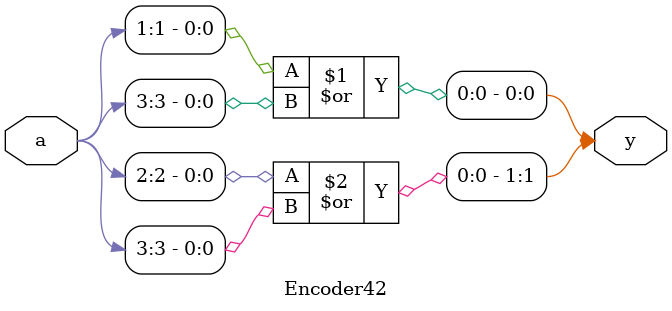
<source format=v>
`timescale 1ns / 1ps


module Encoder42(a, y);
input [3:0]a;
output [1:0]y;
or g1 (y[0], a[1], a[3]);
or g2 (y[1], a[2], a[3]);
endmodule

</source>
